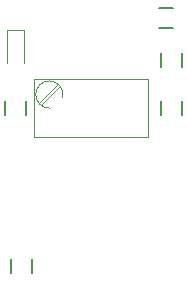
<source format=gto>
%TF.GenerationSoftware,KiCad,Pcbnew,4.0.7*%
%TF.CreationDate,2018-05-06T15:58:21+02:00*%
%TF.ProjectId,Modulo IR,4D6F64756C6F2049522E6B696361645F,1.0*%
%TF.FileFunction,Legend,Top*%
%FSLAX46Y46*%
G04 Gerber Fmt 4.6, Leading zero omitted, Abs format (unit mm)*
G04 Created by KiCad (PCBNEW 4.0.7) date 05/06/18 15:58:21*
%MOMM*%
%LPD*%
G01*
G04 APERTURE LIST*
%ADD10C,0.100000*%
%ADD11C,0.120000*%
%ADD12C,0.150000*%
G04 APERTURE END LIST*
D10*
D11*
X6197309Y-16260296D02*
G75*
G02X6157000Y-13951000I-40309J1154296D01*
G01*
X6136879Y-13951948D02*
G75*
G02X7286000Y-15346000I20121J-1154052D01*
G01*
X14477000Y-18726000D02*
X4827000Y-18726000D01*
X14477000Y-13775000D02*
X4827000Y-13775000D01*
X14477000Y-18726000D02*
X14477000Y-13775000D01*
X4827000Y-18726000D02*
X4827000Y-13775000D01*
X5281000Y-15840000D02*
X6892000Y-14230000D01*
X5421000Y-15981000D02*
X7033000Y-14371000D01*
D12*
X17385000Y-15656000D02*
X17385000Y-16856000D01*
X15635000Y-16856000D02*
X15635000Y-15656000D01*
X15635000Y-12792000D02*
X15635000Y-11592000D01*
X17385000Y-11592000D02*
X17385000Y-12792000D01*
X2427000Y-16856000D02*
X2427000Y-15656000D01*
X4177000Y-15656000D02*
X4177000Y-16856000D01*
X2935000Y-30254500D02*
X2935000Y-29054500D01*
X4685000Y-29054500D02*
X4685000Y-30254500D01*
X15402000Y-7761000D02*
X16602000Y-7761000D01*
X16602000Y-9511000D02*
X15402000Y-9511000D01*
D11*
X4002000Y-9630000D02*
X2602000Y-9630000D01*
X2602000Y-9630000D02*
X2602000Y-12430000D01*
X4002000Y-9630000D02*
X4002000Y-12430000D01*
M02*

</source>
